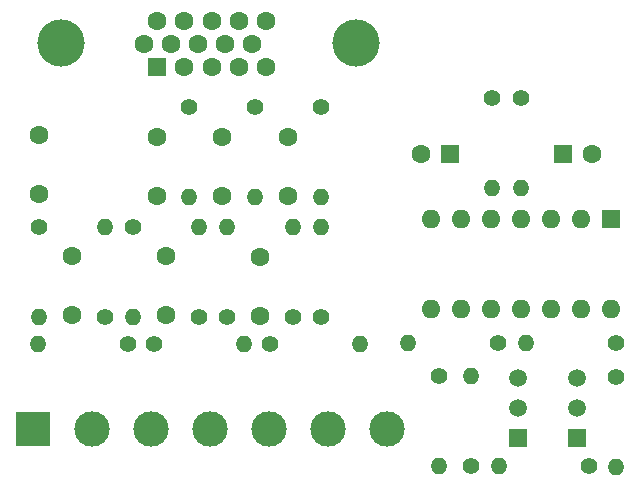
<source format=gbr>
%TF.GenerationSoftware,KiCad,Pcbnew,8.0.1*%
%TF.CreationDate,2024-06-07T20:59:54+10:00*%
%TF.ProjectId,arcade,61726361-6465-42e6-9b69-6361645f7063,rev?*%
%TF.SameCoordinates,Original*%
%TF.FileFunction,Soldermask,Bot*%
%TF.FilePolarity,Negative*%
%FSLAX46Y46*%
G04 Gerber Fmt 4.6, Leading zero omitted, Abs format (unit mm)*
G04 Created by KiCad (PCBNEW 8.0.1) date 2024-06-07 20:59:54*
%MOMM*%
%LPD*%
G01*
G04 APERTURE LIST*
%ADD10C,1.600000*%
%ADD11C,1.400000*%
%ADD12O,1.400000X1.400000*%
%ADD13R,1.500000X1.500000*%
%ADD14C,1.500000*%
%ADD15R,1.600000X1.600000*%
%ADD16C,4.000000*%
%ADD17O,1.600000X1.600000*%
%ADD18R,3.000000X3.000000*%
%ADD19C,3.000000*%
G04 APERTURE END LIST*
D10*
%TO.C,C10*%
X87800000Y-111800000D03*
X87800000Y-106800000D03*
%TD*%
D11*
%TO.C,R27*%
X104590000Y-114200000D03*
D12*
X112210000Y-114200000D03*
%TD*%
D11*
%TO.C,R9*%
X97700000Y-94180000D03*
D12*
X97700000Y-101800000D03*
%TD*%
D13*
%TO.C,Q2*%
X130600000Y-122140000D03*
D14*
X130600000Y-119600000D03*
X130600000Y-117060001D03*
%TD*%
D15*
%TO.C,C2*%
X119830000Y-98140000D03*
D10*
X117330000Y-98140000D03*
%TD*%
D11*
%TO.C,R3*%
X133850000Y-114140000D03*
D12*
X126230000Y-114140000D03*
%TD*%
D11*
%TO.C,R11*%
X108900000Y-94180000D03*
D12*
X108900000Y-101800000D03*
%TD*%
D11*
%TO.C,R5*%
X133830000Y-117020000D03*
D12*
X133830000Y-124640000D03*
%TD*%
D11*
%TO.C,R10*%
X103300000Y-94180000D03*
D12*
X103300000Y-101800000D03*
%TD*%
D11*
%TO.C,R4*%
X123850000Y-114140000D03*
D12*
X116230000Y-114140000D03*
%TD*%
D11*
%TO.C,R17*%
X90600000Y-111900000D03*
D12*
X90600000Y-104280000D03*
%TD*%
D10*
%TO.C,C6*%
X85000000Y-96500000D03*
X85000000Y-101500000D03*
%TD*%
D11*
%TO.C,R2*%
X123330000Y-93390000D03*
D12*
X123330000Y-101010000D03*
%TD*%
D10*
%TO.C,C3*%
X106100000Y-96700000D03*
X106100000Y-101700000D03*
%TD*%
D13*
%TO.C,Q1*%
X125600000Y-122140000D03*
D14*
X125600000Y-119600000D03*
X125600000Y-117060001D03*
%TD*%
D11*
%TO.C,R15*%
X106500000Y-111920000D03*
D12*
X106500000Y-104300000D03*
%TD*%
D11*
%TO.C,R12*%
X108900000Y-111920000D03*
D12*
X108900000Y-104300000D03*
%TD*%
D10*
%TO.C,C12*%
X103700000Y-111820000D03*
X103700000Y-106820000D03*
%TD*%
D11*
%TO.C,R7*%
X121600000Y-124580001D03*
D12*
X121600000Y-116960001D03*
%TD*%
D11*
%TO.C,R13*%
X100900000Y-111920000D03*
D12*
X100900000Y-104300000D03*
%TD*%
D11*
%TO.C,R1*%
X125830000Y-93390000D03*
D12*
X125830000Y-101010000D03*
%TD*%
D11*
%TO.C,R6*%
X131600000Y-124580001D03*
D12*
X123980000Y-124580001D03*
%TD*%
D11*
%TO.C,R14*%
X93000000Y-104280000D03*
D12*
X93000000Y-111900000D03*
%TD*%
D11*
%TO.C,R25*%
X94790000Y-114200000D03*
D12*
X102410000Y-114200000D03*
%TD*%
D16*
%TO.C,J1*%
X111855000Y-88750001D03*
X86855000Y-88750000D03*
D15*
X95040000Y-90800000D03*
D10*
X97330001Y-90800000D03*
X99620000Y-90800000D03*
X101910001Y-90800000D03*
X104200000Y-90800000D03*
X93895000Y-88820000D03*
X96185000Y-88820000D03*
X98475000Y-88820000D03*
X100765000Y-88820000D03*
X103055000Y-88820000D03*
X95040000Y-86840000D03*
X97330000Y-86840000D03*
X99620000Y-86840000D03*
X101910000Y-86840000D03*
X104200000Y-86840000D03*
%TD*%
D11*
%TO.C,R22*%
X92590000Y-114200000D03*
D12*
X84970000Y-114200000D03*
%TD*%
D11*
%TO.C,R8*%
X118850000Y-116960001D03*
D12*
X118850000Y-124580001D03*
%TD*%
D10*
%TO.C,C5*%
X95000000Y-96700000D03*
X95000000Y-101700000D03*
%TD*%
D11*
%TO.C,R29*%
X85000000Y-104280000D03*
D12*
X85000000Y-111900000D03*
%TD*%
D15*
%TO.C,U1*%
X133450000Y-103640000D03*
D17*
X130910000Y-103640000D03*
X128370001Y-103640000D03*
X125830000Y-103640000D03*
X123290000Y-103640000D03*
X120750000Y-103640000D03*
X118210000Y-103640000D03*
X118210000Y-111260000D03*
X120750000Y-111260000D03*
X123290000Y-111260000D03*
X125830000Y-111260000D03*
X128370000Y-111260000D03*
X130910000Y-111260000D03*
X133450000Y-111260000D03*
%TD*%
D18*
%TO.C,J6*%
X84500000Y-121400000D03*
D19*
X89500000Y-121400000D03*
X94500000Y-121400000D03*
X99500000Y-121400000D03*
X104500000Y-121400000D03*
X109500000Y-121400000D03*
X114500000Y-121400000D03*
%TD*%
D10*
%TO.C,C11*%
X95800000Y-111800000D03*
X95800000Y-106800000D03*
%TD*%
D11*
%TO.C,R16*%
X98562500Y-111900000D03*
D12*
X98562500Y-104280000D03*
%TD*%
D15*
%TO.C,C1*%
X129374887Y-98140000D03*
D10*
X131874887Y-98140000D03*
%TD*%
%TO.C,C4*%
X100500000Y-96700000D03*
X100500000Y-101700000D03*
%TD*%
M02*

</source>
